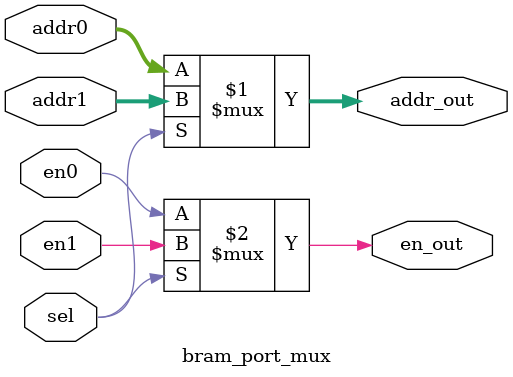
<source format=v>
`timescale 1ns / 1ps
/**
 * BRAM Port Multiplexer
 * 
 * Description:
 *   Simple 2-to-1 Mux for BRAM Address and Control signals.
 *   Used to share a BRAM port between the PE Controller (during run) 
 *   and an External Interface (when idle).
 *
 * Logic:
 *   if (sel == 1) -> Select Port 1 (External / Idle)
 *   else          -> Select Port 0 (PE / Run)
 *
 * Author: Copilot
 * Date: 2025-12-16
 */

module bram_port_mux #(
    parameter ADDR_WIDTH = 10
)(
    // Select Signal (1 = External, 0 = PE)
    // Connect to 'done' signal from PE Controller
    input  wire                  sel,
    
    // Port 0 Input (From PE Controller)
    input  wire [ADDR_WIDTH-1:0] addr0,
    input  wire                  en0,  // Optional: Read Enable
    
    // Port 1 Input (From External / Testbench)
    input  wire [ADDR_WIDTH-1:0] addr1,
    input  wire                  en1,
    
    // Muxed Output (To BRAM Port)
    output wire [ADDR_WIDTH-1:0] addr_out,
    output wire                  en_out
);

    assign addr_out = (sel) ? addr1 : addr0;
    assign en_out   = (sel) ? en1   : en0;

endmodule

</source>
